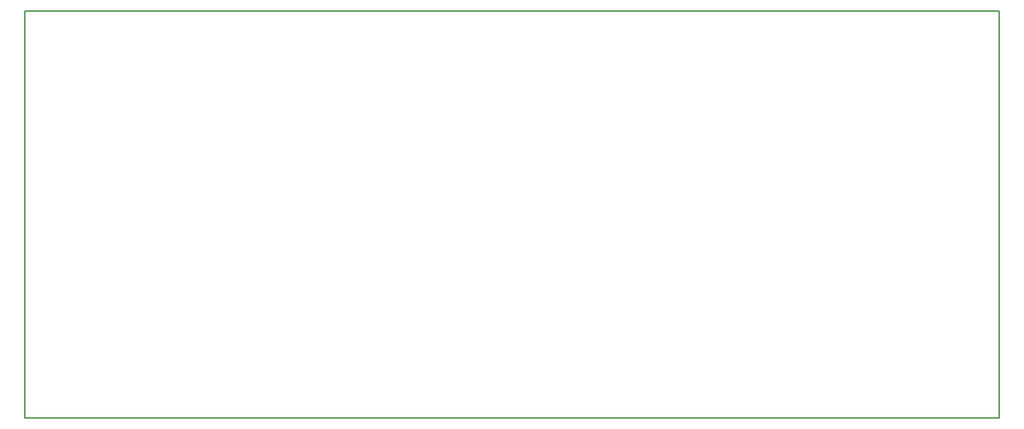
<source format=gm1>
G04 #@! TF.GenerationSoftware,KiCad,Pcbnew,5.1.5-2.fc32*
G04 #@! TF.CreationDate,2020-05-12T10:48:03+02:00*
G04 #@! TF.ProjectId,beieliscale-kicad,62656965-6c69-4736-9361-6c652d6b6963,rev?*
G04 #@! TF.SameCoordinates,Original*
G04 #@! TF.FileFunction,Profile,NP*
%FSLAX46Y46*%
G04 Gerber Fmt 4.6, Leading zero omitted, Abs format (unit mm)*
G04 Created by KiCad (PCBNEW 5.1.5-2.fc32) date 2020-05-12 10:48:03*
%MOMM*%
%LPD*%
G04 APERTURE LIST*
%ADD10C,0.150000*%
G04 APERTURE END LIST*
D10*
X40000000Y-82355000D02*
X40000000Y-32355000D01*
X159500000Y-82355000D02*
X40000000Y-82355000D01*
X159500000Y-32355000D02*
X159500000Y-82355000D01*
X40000000Y-32355000D02*
X159500000Y-32355000D01*
M02*

</source>
